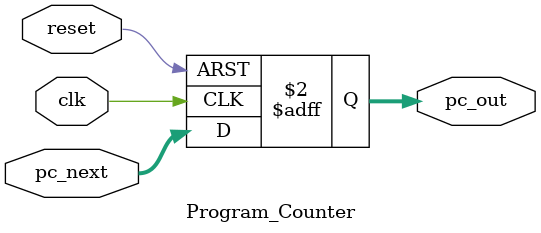
<source format=v>
`timescale 1ns / 1ps
module Program_Counter (
	input [BITSIZE-1:0] pc_next,
    input clk,
    input reset,
    output reg [BITSIZE-1:0] pc_out
);  
   parameter BITSIZE = 32;

   always @(posedge clk or posedge reset) begin
        if (reset) begin
            pc_out <= 0; // Reset to address of 1st instruction
        end else begin
            pc_out <= pc_next; // select inc by 1 or branch addr
        end
    end

endmodule

</source>
